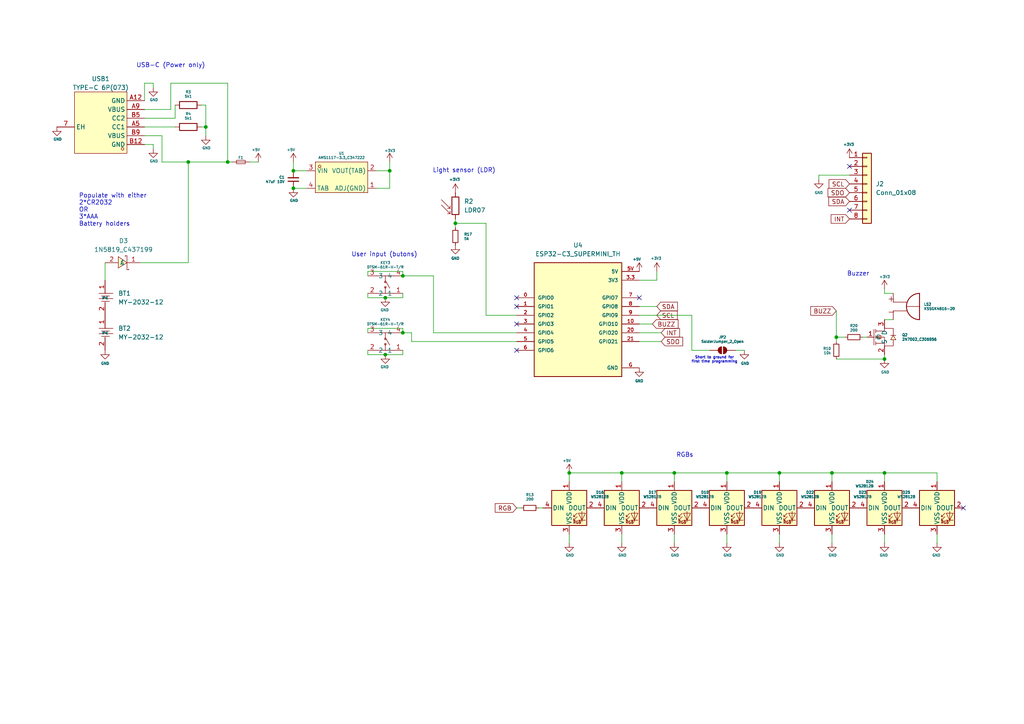
<source format=kicad_sch>
(kicad_sch (version 20250114) (generator "eeschema") (generator_version "9.0")
  (paper "A4")
  (title_block (title "Kinderdorp Printplaat") (date "2025-05-10") (rev "V1.0") (comment 1 "Casper R. Tak"))
  (lib_symbols
    (symbol "Connector_Generic:Conn_01x08" (pin_names (offset 1.016) (hide yes))
      (property "Reference" "J" (at 0 10.16 0))
      (property "Value" "Conn_01x08" (at 0 -12.7 0))
      (symbol "Conn_01x08_1_1"
        (rectangle (start -1.27 8.89) (end 1.27 -11.43) (stroke (width 0.254)) (fill (type background)))
        (rectangle (start -1.27 7.747) (end 0 7.493) (stroke (width 0.1524)))
        (rectangle (start -1.27 5.207) (end 0 4.953) (stroke (width 0.1524)))
        (rectangle (start -1.27 2.667) (end 0 2.413) (stroke (width 0.1524)))
        (rectangle (start -1.27 0.127) (end 0 -0.127) (stroke (width 0.1524)))
        (rectangle (start -1.27 -2.413) (end 0 -2.667) (stroke (width 0.1524)))
        (rectangle (start -1.27 -4.953) (end 0 -5.207) (stroke (width 0.1524)))
        (rectangle (start -1.27 -7.493) (end 0 -7.747) (stroke (width 0.1524)))
        (rectangle (start -1.27 -10.033) (end 0 -10.287) (stroke (width 0.1524)))
        (pin passive line (at -5.08 7.62 0) (length 3.81) (name "Pin_1") (number "1"))
        (pin passive line (at -5.08 5.08 0) (length 3.81) (name "Pin_2") (number "2"))
        (pin passive line (at -5.08 2.54 0) (length 3.81) (name "Pin_3") (number "3"))
        (pin passive line (at -5.08 0 0) (length 3.81) (name "Pin_4") (number "4"))
        (pin passive line (at -5.08 -2.54 0) (length 3.81) (name "Pin_5") (number "5"))
        (pin passive line (at -5.08 -5.08 0) (length 3.81) (name "Pin_6") (number "6"))
        (pin passive line (at -5.08 -7.62 0) (length 3.81) (name "Pin_7") (number "7"))
        (pin passive line (at -5.08 -10.16 0) (length 3.81) (name "Pin_8") (number "8"))
      )
    )
    (symbol "Device:C_Small" (pin_numbers (hide yes)) (pin_names (offset 0.254) (hide yes))
      (property "Reference" "C" (at 0.254 1.778 0))
      (property "Value" "C_Small" (at 0.254 -2.032 0))
      (symbol "C_Small_0_1"
        (polyline (pts (xy -1.524 0.508) (xy 1.524 0.508)) (stroke (width 0.3048)))
        (polyline (pts (xy -1.524 -0.508) (xy 1.524 -0.508)) (stroke (width 0.3302)))
      )
      (symbol "C_Small_1_1"
        (pin passive line (at 0 2.54 270) (length 2.032) (name "~") (number "1"))
        (pin passive line (at 0 -2.54 90) (length 2.032) (name "~") (number "2"))
      )
    )
    (symbol "Device:Fuse_Small" (pin_numbers (hide yes)) (pin_names (offset 0.254) (hide yes))
      (property "Reference" "F" (at 0 -1.524 0))
      (property "Value" "Fuse_Small" (at 0 1.524 0))
      (symbol "Fuse_Small_0_1"
        (rectangle (start -1.27 0.508) (end 1.27 -0.508))
        (polyline (pts (xy -1.27 0) (xy 1.27 0)))
      )
      (symbol "Fuse_Small_1_1"
        (pin passive line (at -2.54 0 0) (length 1.27) (name "~") (number "1"))
        (pin passive line (at 2.54 0 180) (length 1.27) (name "~") (number "2"))
      )
    )
    (symbol "Device:R" (pin_numbers (hide yes)) (pin_names (offset 0))
      (property "Reference" "R" (at 2.032 0 90))
      (property "Value" "R" (at 0 0 90))
      (symbol "R_0_1"
        (rectangle (start -1.016 -2.54) (end 1.016 2.54) (stroke (width 0.254)))
      )
      (symbol "R_1_1"
        (pin passive line (at 0 3.81 270) (length 1.27) (name "~") (number "1"))
        (pin passive line (at 0 -3.81 90) (length 1.27) (name "~") (number "2"))
      )
    )
    (symbol "Device:R_Small" (pin_numbers (hide yes)) (pin_names (offset 0.254) (hide yes))
      (property "Reference" "R" (at 0.762 0.508 0))
      (property "Value" "R_Small" (at 0.762 -1.016 0))
      (symbol "R_Small_0_1"
        (rectangle (start -0.762 1.778) (end 0.762 -1.778) (stroke (width 0.2032)))
      )
      (symbol "R_Small_1_1"
        (pin passive line (at 0 2.54 270) (length 0.762) (name "~") (number "1"))
        (pin passive line (at 0 -2.54 90) (length 0.762) (name "~") (number "2"))
      )
    )
    (symbol "Jumper:SolderJumper_2_Open" (pin_numbers (hide yes)) (pin_names (offset 0) (hide yes)) (exclude_from_sim yes) (in_bom no)
      (property "Reference" "JP" (at 0 2.032 0))
      (property "Value" "SolderJumper_2_Open" (at 0 -2.54 0))
      (symbol "SolderJumper_2_Open_0_1"
        (polyline (pts (xy -0.254 1.016) (xy -0.254 -1.016)))
        (arc (start -0.254 -1.016) (mid -1.2656 0) (end -0.254 1.016))
        (arc (start -0.254 -1.016) (mid -1.2656 0) (end -0.254 1.016) (fill (type outline)))
        (arc (start 0.254 1.016) (mid 1.2656 0) (end 0.254 -1.016))
        (arc (start 0.254 1.016) (mid 1.2656 0) (end 0.254 -1.016) (fill (type outline)))
        (polyline (pts (xy 0.254 1.016) (xy 0.254 -1.016)))
      )
      (symbol "SolderJumper_2_Open_1_1"
        (pin passive line (at -3.81 0 0) (length 2.54) (name "A") (number "1"))
        (pin passive line (at 3.81 0 180) (length 2.54) (name "B") (number "2"))
      )
    )
    (symbol "KSSGK4B16-20:KSSGK4B16-20" (pin_numbers (hide yes)) (pin_names (offset 1.016) (hide yes))
      (property "Reference" "LS" (at -2.54 6.35 0))
      (property "Value" "KSSGK4B16-20" (at -2.54 -5.08 0))
      (symbol "KSSGK4B16-20_0_0"
        (polyline (pts (xy -2.54 2.54) (xy 1.397 2.54)) (stroke (width 0.1524)))
        (polyline (pts (xy -2.54 0) (xy 1.397 0)) (stroke (width 0.1524)))
        (polyline (pts (xy 1.27 1.27) (xy 5.08 1.27)) (stroke (width 0.1524)))
        (polyline (pts (xy 5.08 5.08) (xy 5.08 1.27)) (stroke (width 0.254)))
        (polyline (pts (xy 5.08 1.27) (xy 5.08 -2.54)) (stroke (width 0.254)))
        (arc (start 5.08 -2.54) (mid 1.2866 1.27) (end 5.08 5.08) (stroke (width 0.254)))
        (text "+" (at -4.318 2.54 0) (effects (font (size 1.778 1.778)) (justify left bottom)))
        (text "-" (at -4.318 -1.27 0) (effects (font (size 1.778 1.778)) (justify left bottom)))
        (pin passive line (at -2.54 5.08 270) (length 2.54) (name "~") (number "P"))
        (pin passive line (at -2.54 -2.54 90) (length 2.54) (name "~") (number "N"))
      )
    )
    (symbol "LED:WS2812B" (pin_names (offset 0.254))
      (property "Reference" "D" (at 5.08 5.715 0))
      (property "Value" "WS2812B" (at 1.27 -5.715 0))
      (symbol "WS2812B_0_0"
        (text "RGB" (at 2.286 -4.191 0) (effects (font (size 0.762 0.762))))
      )
      (symbol "WS2812B_0_1"
        (polyline (pts (xy 1.27 -2.54) (xy 1.778 -2.54)))
        (polyline (pts (xy 1.27 -3.556) (xy 1.778 -3.556)))
        (polyline (pts (xy 2.286 -1.524) (xy 1.27 -2.54) (xy 1.27 -2.032)))
        (polyline (pts (xy 2.286 -2.54) (xy 1.27 -3.556) (xy 1.27 -3.048)))
        (polyline (pts (xy 3.683 -1.016) (xy 3.683 -3.556) (xy 3.683 -4.064)))
        (polyline (pts (xy 4.699 -1.524) (xy 2.667 -1.524) (xy 3.683 -3.556) (xy 4.699 -1.524)))
        (polyline (pts (xy 4.699 -3.556) (xy 2.667 -3.556)))
        (rectangle (start 5.08 5.08) (end -5.08 -5.08) (stroke (width 0.254)) (fill (type background)))
      )
      (symbol "WS2812B_1_1"
        (pin input line (at -7.62 0 0) (length 2.54) (name "DIN") (number "4"))
        (pin power_in line (at 0 7.62 270) (length 2.54) (name "VDD") (number "1"))
        (pin power_in line (at 0 -7.62 90) (length 2.54) (name "VSS") (number "3"))
        (pin output line (at 7.62 0 180) (length 2.54) (name "DOUT") (number "2"))
      )
    )
    (symbol "Sensor_Optical:LDR07" (pin_numbers (hide yes)) (pin_names (offset 0))
      (property "Reference" "R" (at -5.08 0 90))
      (property "Value" "LDR07" (at 1.905 0 90))
      (symbol "LDR07_0_1"
        (polyline (pts (xy -1.524 -0.762) (xy -4.064 1.778)))
        (polyline (pts (xy -1.524 -0.762) (xy -2.286 -0.762)))
        (polyline (pts (xy -1.524 -0.762) (xy -1.524 0)))
        (polyline (pts (xy -1.524 -2.286) (xy -4.064 0.254)))
        (polyline (pts (xy -1.524 -2.286) (xy -2.286 -2.286)))
        (polyline (pts (xy -1.524 -2.286) (xy -1.524 -1.524)))
        (rectangle (start -1.016 2.54) (end 1.016 -2.54) (stroke (width 0.254)))
      )
      (symbol "LDR07_1_1"
        (pin passive line (at 0 3.81 270) (length 1.27) (name "~") (number "1"))
        (pin passive line (at 0 -3.81 90) (length 1.27) (name "~") (number "2"))
      )
    )
    (symbol "Strata_frontplate_front_BMS_V2.1-rescue:+3.3V-power" (power) (pin_names (offset 0))
      (property "Value" "+3.3V-power" (at 0 3.556 0))
      (symbol "+3.3V-power_0_1"
        (polyline (pts (xy -0.762 1.27) (xy 0 2.54)))
        (polyline (pts (xy 0 2.54) (xy 0.762 1.27)))
        (polyline (pts (xy 0 0) (xy 0 2.54)))
      )
      (symbol "+3.3V-power_1_1"
        (pin power_in line (at 0 0 90) (length 0) (hide yes) (name "+3V3") (number "1"))
      )
    )
    (symbol "SuperMiniC3:ESP32-C3_SUPERMINI_TH" (pin_names (offset 1.016))
      (property "Reference" "U" (at -12.7 16.002 0))
      (property "Value" "ESP32-C3_SUPERMINI_TH" (at -12.7 -20.32 0))
      (symbol "ESP32-C3_SUPERMINI_TH_0_0"
        (rectangle (start -12.7 -17.78) (end 12.7 15.24) (stroke (width 0.254)) (fill (type background)))
        (pin bidirectional line (at -17.78 5.08 0) (length 5.08) (name "GPIO0") (number "0"))
        (pin bidirectional line (at -17.78 2.54 0) (length 5.08) (name "GPIO1") (number "1"))
        (pin bidirectional line (at -17.78 0 0) (length 5.08) (name "GPIO2") (number "2"))
        (pin bidirectional line (at -17.78 -2.54 0) (length 5.08) (name "GPIO3") (number "3"))
        (pin bidirectional line (at -17.78 -5.08 0) (length 5.08) (name "GPIO4") (number "4"))
        (pin bidirectional line (at -17.78 -7.62 0) (length 5.08) (name "GPIO5") (number "5"))
        (pin bidirectional line (at -17.78 -10.16 0) (length 5.08) (name "GPIO6") (number "6"))
        (pin power_in line (at 17.78 12.7 180) (length 5.08) (name "5V") (number "5V"))
        (pin power_in line (at 17.78 10.16 180) (length 5.08) (name "3V3") (number "3.3"))
        (pin bidirectional line (at 17.78 5.08 180) (length 5.08) (name "GPIO7") (number "7"))
        (pin bidirectional line (at 17.78 2.54 180) (length 5.08) (name "GPIO8") (number "8"))
        (pin bidirectional line (at 17.78 0 180) (length 5.08) (name "GPIO9") (number "9"))
        (pin bidirectional line (at 17.78 -2.54 180) (length 5.08) (name "GPIO10") (number "10"))
        (pin bidirectional line (at 17.78 -5.08 180) (length 5.08) (name "GPIO20") (number "20"))
        (pin bidirectional line (at 17.78 -7.62 180) (length 5.08) (name "GPIO21") (number "21"))
        (pin power_in line (at 17.78 -15.24 180) (length 5.08) (name "GND") (number "G"))
      )
    )
    (symbol "Titan_frontplate_front_BMS_V1.3-rescue:+3.3V-power" (power) (pin_names (offset 0))
      (property "Value" "+3.3V-power" (at 0 3.556 0))
      (symbol "+3.3V-power_0_1"
        (polyline (pts (xy -0.762 1.27) (xy 0 2.54)))
        (polyline (pts (xy 0 2.54) (xy 0.762 1.27)))
        (polyline (pts (xy 0 0) (xy 0 2.54)))
      )
      (symbol "+3.3V-power_1_1"
        (pin power_in line (at 0 0 90) (length 0) (hide yes) (name "+3V3") (number "1"))
      )
    )
    (symbol "easyeda2kicad:1N5819_C437199"
      (property "Reference" "D" (at 0 5.08 0))
      (property "Value" "1N5819_C437199" (at 0 -5.08 0))
      (symbol "1N5819_C437199_0_1"
        (polyline (pts (xy -1.78 1.78) (xy -1.78 2.03) (xy -1.27 2.03) (xy -1.27 -2.03) (xy -0.76 -2.03) (xy -0.76 -1.78)))
        (polyline (pts (xy 1.27 1.52) (xy -1.27 0) (xy 1.27 -1.78) (xy 1.27 1.52)) (fill (type background)))
        (pin unspecified line (at -5.08 0 0) (length 3.81) (name "C") (number "1"))
        (pin unspecified line (at 5.08 0 180) (length 3.81) (name "A") (number "2"))
      )
    )
    (symbol "easyeda2kicad:2N7002_C306856"
      (property "Reference" "Q" (at 0 10.16 0))
      (property "Value" "2N7002_C306856" (at 0 -10.16 0))
      (symbol "2N7002_C306856_0_1"
        (polyline (pts (xy -3.05 2.29) (xy -3.05 -2.29)))
        (polyline (pts (xy -2.54 2.29) (xy -2.54 1.27)))
        (polyline (pts (xy -2.54 1.78) (xy 0 1.78) (xy 0 2.54) (xy 2.54 2.54) (xy 2.54 0.51)))
        (polyline (pts (xy -2.54 0) (xy -1.02 -0.51) (xy -1.02 0.51) (xy -2.54 0)) (fill (type background)))
        (polyline (pts (xy -2.54 0) (xy 0 0) (xy 0 -2.54) (xy 2.54 -2.54) (xy 2.54 -0.76)))
        (polyline (pts (xy -2.54 -0.51) (xy -2.54 0.51)))
        (polyline (pts (xy -2.54 -2.29) (xy -2.54 -1.27)))
        (polyline (pts (xy 0 -1.78) (xy -2.54 -1.78)))
        (polyline (pts (xy 2.54 0.51) (xy 1.78 -0.76) (xy 3.3 -0.76) (xy 2.54 0.51)) (fill (type background)))
        (polyline (pts (xy 3.3 0.51) (xy 3.05 0.51) (xy 2.03 0.51) (xy 1.78 0.51)))
        (pin unspecified line (at -5.08 0 0) (length 2.032) (name "G") (number "1"))
        (pin unspecified line (at 0 5.08 270) (length 2.54) (name "D") (number "3"))
        (pin unspecified line (at 0 -5.08 90) (length 2.54) (name "S") (number "2"))
      )
    )
    (symbol "easyeda2kicad:AMS1117-3.3_C347222"
      (property "Reference" "U" (at 0 7.62 0))
      (property "Value" "AMS1117-3.3_C347222" (at 0 -7.62 0))
      (symbol "AMS1117-3.3_C347222_0_1"
        (rectangle (start -12.7 5.08) (end 2.54 -3.81) (fill (type background)))
        (circle (center -11.43 3.81) (radius 0.38))
        (pin unspecified line (at -15.24 2.54 0) (length 2.54) (name "VIN") (number "3"))
        (pin unspecified line (at -15.24 -2.54 0) (length 2.54) (name "TAB") (number "4"))
        (pin unspecified line (at 5.08 2.54 180) (length 2.54) (name "VOUT(TAB)") (number "2"))
        (pin unspecified line (at 5.08 -2.54 180) (length 2.54) (name "ADJ(GND)") (number "1"))
      )
    )
    (symbol "easyeda2kicad:DTSM-61R-V-T_R"
      (property "Reference" "KEY" (at 0 7.62 0))
      (property "Value" "DTSM-61R-V-T/R" (at 0 -7.62 0))
      (symbol "DTSM-61R-V-T_R_0_1"
        (polyline (pts (xy -2.54 -2.54) (xy 2.54 -2.54)))
        (polyline (pts (xy -1.27 -1.02) (xy -0.25 0.76)))
        (polyline (pts (xy 0 2.54) (xy 0 0.76)))
        (circle (center 0 0.76) (radius 0.25))
        (circle (center 0 -0.76) (radius 0.25))
        (polyline (pts (xy 0 -1.52) (xy 0 -0.76)))
        (polyline (pts (xy 0 -2.54) (xy 0 -1.52)))
        (polyline (pts (xy 2.54 2.54) (xy -2.54 2.54)))
        (pin unspecified line (at -5.08 2.54 0) (length 2.54) (name "4") (number "4"))
        (pin unspecified line (at -5.08 -2.54 0) (length 2.54) (name "1") (number "1"))
        (pin unspecified line (at 5.08 2.54 180) (length 2.54) (name "3") (number "3"))
        (pin unspecified line (at 5.08 -2.54 180) (length 2.54) (name "2") (number "2"))
      )
    )
    (symbol "easyeda2kicad:MY-2032-12"
      (property "Reference" "BT" (at 0 5.08 0))
      (property "Value" "MY-2032-12" (at 0 -5.08 0))
      (symbol "MY-2032-12_0_1"
        (polyline (pts (xy -1.27 2.29) (xy -1.27 -1.78)))
        (polyline (pts (xy -0.51 1.27) (xy -0.51 -1.02)))
        (polyline (pts (xy 0.25 2.29) (xy 0.25 -1.78)))
        (polyline (pts (xy 1.02 1.27) (xy 1.02 -1.02)))
        (pin input line (at -5.08 0 0) (length 3.81) (name "1") (number "1"))
        (pin input line (at 5.08 0 180) (length 3.81) (name "2") (number "2"))
      )
    )
    (symbol "easyeda2kicad:TYPE-C6P(073)"
      (property "Reference" "USB" (at 0 10.16 0))
      (property "Value" "TYPE-C 6P(073)" (at 0 -12.7 0))
      (symbol "TYPE-C6P(073)_0_1"
        (rectangle (start -7.62 7.62) (end 7.62 -10.16) (fill (type background)))
        (circle (center -6.35 6.35) (radius 0.38))
        (pin unspecified line (at -12.7 5.08 0) (length 5.08) (name "GND") (number "B12"))
        (pin unspecified line (at -12.7 2.54 0) (length 5.08) (name "VBUS") (number "B9"))
        (pin unspecified line (at -12.7 0 0) (length 5.08) (name "CC1") (number "A5"))
        (pin unspecified line (at -12.7 -2.54 0) (length 5.08) (name "CC2") (number "B5"))
        (pin unspecified line (at -12.7 -5.08 0) (length 5.08) (name "VBUS") (number "A9"))
        (pin unspecified line (at -12.7 -7.62 0) (length 5.08) (name "GND") (number "A12"))
        (pin unspecified line (at 12.7 0 180) (length 5.08) (name "EH") (number "7"))
      )
    )
    (symbol "power:GND" (power) (pin_names (offset 0))
      (property "Value" "GND" (at 0 -3.81 0))
      (symbol "GND_0_1"
        (polyline (pts (xy 0 0) (xy 0 -1.27) (xy 1.27 -1.27) (xy 0 -2.54) (xy -1.27 -1.27) (xy 0 -1.27)))
      )
      (symbol "GND_1_1"
        (pin power_in line (at 0 0 270) (length 0) (hide yes) (name "GND") (number "1"))
      )
    )
  )
  (text "RGBs" (at 198.628 132.08 0) (effects (font (size 1.27 1.27))))
  (text "User input (butons)" (at 111.506 73.914 0) (effects (font (size 1.27 1.27))))
  (text "Populate with either\n2*CR2032\nOR\n3*AAA\nBattery holders" (at 22.86 60.96 0) (effects (font (size 1.27 1.27)) (justify left)))
  (text "Short to ground for \nfirst time programming " (at 207.518 104.394 0) (effects (font (size 0.75 0.75))))
  (text "Light sensor (LDR)" (at 134.62 49.53 0) (effects (font (size 1.27 1.27))))
  (text "Buzzer" (at 248.92 79.502 0) (effects (font (size 1.27 1.27))))
  (text "USB-C (Power only)" (at 49.53 19.05 0) (effects (font (size 1.27 1.27))))
  (junction (at 256.54 104.14))
  (junction (at 59.69 36.83))
  (junction (at 165.1 137.16))
  (junction (at 210.82 137.16))
  (junction (at 116.84 96.52))
  (junction (at 180.34 137.16))
  (junction (at 195.58 137.16))
  (junction (at 226.06 137.16))
  (junction (at 111.76 86.36))
  (junction (at 132.08 64.77))
  (junction (at 66.04 46.99))
  (junction (at 256.54 137.16))
  (junction (at 116.84 80.01))
  (junction (at 242.57 97.79))
  (junction (at 241.3 137.16))
  (junction (at 113.03 49.53))
  (junction (at 54.61 46.99))
  (junction (at 85.09 49.53))
  (junction (at 111.76 102.87))
  (junction (at 85.09 54.61))
  (no_connect (at 246.38 60.96))
  (no_connect (at 149.86 88.9))
  (no_connect (at 149.86 86.36))
  (no_connect (at 149.86 101.6))
  (no_connect (at 246.38 48.26))
  (no_connect (at 185.42 86.36))
  (no_connect (at 149.86 93.98))
  (no_connect (at 279.4 147.32))
  (wire (pts (xy 210.82 137.16) (xy 210.82 139.7)))
  (wire (pts (xy 54.61 46.99) (xy 66.04 46.99)))
  (wire (pts (xy 41.91 36.83) (xy 50.8 36.83)))
  (wire (pts (xy 195.58 137.16) (xy 195.58 139.7)))
  (wire (pts (xy 125.73 96.52) (xy 125.73 80.01)))
  (wire (pts (xy 111.76 102.87) (xy 106.68 102.87)))
  (wire (pts (xy 242.57 90.17) (xy 242.57 97.79)))
  (wire (pts (xy 50.8 34.29) (xy 50.8 30.48)))
  (wire (pts (xy 157.48 147.32) (xy 156.21 147.32)))
  (wire (pts (xy 44.45 25.4) (xy 44.45 24.13)))
  (wire (pts (xy 256.54 92.71) (xy 259.08 92.71)))
  (wire (pts (xy 226.06 154.94) (xy 226.06 157.48)))
  (wire (pts (xy 250.19 97.79) (xy 251.46 97.79)))
  (wire (pts (xy 106.68 102.87) (xy 106.68 101.6)))
  (wire (pts (xy 85.09 46.99) (xy 85.09 49.53)))
  (wire (pts (xy 116.84 102.87) (xy 111.76 102.87)))
  (wire (pts (xy 85.09 49.53) (xy 88.9 49.53)))
  (wire (pts (xy 44.45 41.91) (xy 41.91 41.91)))
  (wire (pts (xy 58.42 36.83) (xy 59.69 36.83)))
  (wire (pts (xy 189.23 93.98) (xy 185.42 93.98)))
  (wire (pts (xy 58.42 30.48) (xy 59.69 30.48)))
  (wire (pts (xy 271.78 154.94) (xy 271.78 157.48)))
  (wire (pts (xy 41.91 34.29) (xy 50.8 34.29)))
  (wire (pts (xy 85.09 54.61) (xy 88.9 54.61)))
  (wire (pts (xy 140.97 64.77) (xy 140.97 91.44)))
  (wire (pts (xy 149.86 96.52) (xy 125.73 96.52)))
  (wire (pts (xy 210.82 137.16) (xy 226.06 137.16)))
  (wire (pts (xy 242.57 97.79) (xy 245.11 97.79)))
  (wire (pts (xy 46.99 46.99) (xy 54.61 46.99)))
  (wire (pts (xy 151.13 147.32) (xy 149.86 147.32)))
  (wire (pts (xy 54.61 76.2) (xy 54.61 46.99)))
  (wire (pts (xy 149.86 99.06) (xy 119.38 99.06)))
  (wire (pts (xy 237.49 50.8) (xy 237.49 52.07)))
  (wire (pts (xy 185.42 91.44) (xy 200.66 91.44)))
  (wire (pts (xy 111.76 86.36) (xy 106.68 86.36)))
  (wire (pts (xy 41.91 24.13) (xy 41.91 29.21)))
  (wire (pts (xy 132.08 66.04) (xy 132.08 64.77)))
  (wire (pts (xy 191.77 96.52) (xy 185.42 96.52)))
  (wire (pts (xy 116.84 86.36) (xy 111.76 86.36)))
  (wire (pts (xy 106.68 80.01) (xy 106.68 78.74)))
  (wire (pts (xy 210.82 137.16) (xy 195.58 137.16)))
  (wire (pts (xy 59.69 36.83) (xy 59.69 39.37)))
  (wire (pts (xy 40.64 76.2) (xy 54.61 76.2)))
  (wire (pts (xy 113.03 46.99) (xy 113.03 49.53)))
  (wire (pts (xy 165.1 154.94) (xy 165.1 157.48)))
  (wire (pts (xy 116.84 80.01) (xy 116.84 78.74)))
  (wire (pts (xy 125.73 80.01) (xy 116.84 80.01)))
  (wire (pts (xy 185.42 81.28) (xy 190.5 81.28)))
  (wire (pts (xy 256.54 137.16) (xy 271.78 137.16)))
  (wire (pts (xy 113.03 49.53) (xy 109.22 49.53)))
  (wire (pts (xy 256.54 85.09) (xy 259.08 85.09)))
  (wire (pts (xy 246.38 50.8) (xy 237.49 50.8)))
  (wire (pts (xy 49.53 31.75) (xy 41.91 31.75)))
  (wire (pts (xy 210.82 154.94) (xy 210.82 157.48)))
  (wire (pts (xy 190.5 88.9) (xy 185.42 88.9)))
  (wire (pts (xy 106.68 86.36) (xy 106.68 85.09)))
  (wire (pts (xy 116.84 95.25) (xy 116.84 96.52)))
  (wire (pts (xy 119.38 96.52) (xy 116.84 96.52)))
  (wire (pts (xy 119.38 96.52) (xy 119.38 99.06)))
  (wire (pts (xy 241.3 137.16) (xy 256.54 137.16)))
  (wire (pts (xy 242.57 99.06) (xy 242.57 97.79)))
  (wire (pts (xy 46.99 46.99) (xy 46.99 39.37)))
  (wire (pts (xy 165.1 137.16) (xy 165.1 139.7)))
  (wire (pts (xy 41.91 39.37) (xy 46.99 39.37)))
  (wire (pts (xy 241.3 154.94) (xy 241.3 157.48)))
  (wire (pts (xy 256.54 83.82) (xy 256.54 85.09)))
  (wire (pts (xy 30.48 81.28) (xy 30.48 76.2)))
  (wire (pts (xy 271.78 137.16) (xy 271.78 139.7)))
  (wire (pts (xy 59.69 30.48) (xy 59.69 36.83)))
  (wire (pts (xy 256.54 137.16) (xy 256.54 139.7)))
  (wire (pts (xy 180.34 137.16) (xy 180.34 139.7)))
  (wire (pts (xy 256.54 154.94) (xy 256.54 157.48)))
  (wire (pts (xy 180.34 137.16) (xy 165.1 137.16)))
  (wire (pts (xy 44.45 43.18) (xy 44.45 41.91)))
  (wire (pts (xy 140.97 91.44) (xy 149.86 91.44)))
  (wire (pts (xy 180.34 137.16) (xy 195.58 137.16)))
  (wire (pts (xy 205.74 101.6) (xy 200.66 101.6)))
  (wire (pts (xy 190.5 81.28) (xy 190.5 78.74)))
  (wire (pts (xy 132.08 64.77) (xy 132.08 63.5)))
  (wire (pts (xy 116.84 85.09) (xy 116.84 86.36)))
  (wire (pts (xy 241.3 137.16) (xy 241.3 139.7)))
  (wire (pts (xy 132.08 64.77) (xy 140.97 64.77)))
  (wire (pts (xy 116.84 101.6) (xy 116.84 102.87)))
  (wire (pts (xy 241.3 137.16) (xy 226.06 137.16)))
  (wire (pts (xy 66.04 24.13) (xy 66.04 46.99)))
  (wire (pts (xy 200.66 91.44) (xy 200.66 101.6)))
  (wire (pts (xy 256.54 104.14) (xy 256.54 102.87)))
  (wire (pts (xy 180.34 154.94) (xy 180.34 157.48)))
  (wire (pts (xy 242.57 104.14) (xy 256.54 104.14)))
  (wire (pts (xy 67.31 46.99) (xy 66.04 46.99)))
  (wire (pts (xy 106.68 95.25) (xy 116.84 95.25)))
  (wire (pts (xy 49.53 24.13) (xy 66.04 24.13)))
  (wire (pts (xy 215.9 101.6) (xy 213.36 101.6)))
  (wire (pts (xy 195.58 154.94) (xy 195.58 157.48)))
  (wire (pts (xy 226.06 137.16) (xy 226.06 139.7)))
  (wire (pts (xy 72.39 46.99) (xy 74.93 46.99)))
  (wire (pts (xy 113.03 54.61) (xy 113.03 49.53)))
  (wire (pts (xy 44.45 24.13) (xy 41.91 24.13)))
  (wire (pts (xy 49.53 24.13) (xy 49.53 31.75)))
  (wire (pts (xy 106.68 96.52) (xy 106.68 95.25)))
  (wire (pts (xy 106.68 78.74) (xy 116.84 78.74)))
  (wire (pts (xy 109.22 54.61) (xy 113.03 54.61)))
  (wire (pts (xy 185.42 99.06) (xy 191.77 99.06)))
  (image (at 431.8 -88.9) (scale 2.2929))
  (global_label "INT" (shape input) (at 246.38 63.5 180) (property "Intersheetrefs" "${INTERSHEET_REFS}" (effects (hide yes))))
  (global_label "SDO" (shape input) (at 246.38 55.88 180) (property "Intersheetrefs" "${INTERSHEET_REFS}" (effects (hide yes))))
  (global_label "BUZZ" (shape input) (at 242.57 90.17 180) (property "Intersheetrefs" "${INTERSHEET_REFS}" (effects (hide yes))))
  (global_label "SDO" (shape input) (at 191.77 99.06 0) (property "Intersheetrefs" "${INTERSHEET_REFS}" (effects (hide yes))))
  (global_label "SCL" (shape input) (at 190.5 91.44 0) (property "Intersheetrefs" "${INTERSHEET_REFS}" (effects (hide yes))))
  (global_label "SDA" (shape input) (at 190.5 88.9 0) (property "Intersheetrefs" "${INTERSHEET_REFS}" (effects (hide yes))))
  (global_label "RGB" (shape input) (at 149.86 147.32 180) (property "Intersheetrefs" "${INTERSHEET_REFS}" (effects (hide yes))))
  (global_label "SDA" (shape input) (at 246.38 58.42 180) (property "Intersheetrefs" "${INTERSHEET_REFS}" (effects (hide yes))))
  (global_label "INT" (shape input) (at 191.77 96.52 0) (property "Intersheetrefs" "${INTERSHEET_REFS}" (effects (hide yes))))
  (global_label "BUZZ" (shape input) (at 189.23 93.98 0) (property "Intersheetrefs" "${INTERSHEET_REFS}" (effects (hide yes))))
  (global_label "SCL" (shape input) (at 246.38 53.34 180) (property "Intersheetrefs" "${INTERSHEET_REFS}" (effects (hide yes))))
  (symbol (lib_id "Strata_frontplate_front_BMS_V2.1-rescue:+3.3V-power") (at 113.03 46.99 0) (mirror y) (unit 1)
    (property "Reference" "#PWR09" (effects (hide yes)))
    (property "Value" "+3V3" (at 111.506 43.688 0) (effects (font (size 0.75 0.75)) (justify right)))
  )
  (symbol (lib_id "Titan_frontplate_front_BMS_V1.3-rescue:+3.3V-power") (at 185.42 78.74 0) (mirror y) (unit 1)
    (property "Reference" "#PWR091" (effects (hide yes)))
    (property "Value" "+5V" (at 185.928 75.184 0) (effects (font (size 0.75 0.75)) (justify left)))
    (property "Footprint" "Package_SO:SOIC-16_3.9x9.9mm_P1.27mm" (effects (hide yes)))
  )
  (symbol (lib_id "Strata_frontplate_front_BMS_V2.1-rescue:+3.3V-power") (at 246.38 45.72 0) (unit 1)
    (property "Reference" "#PWR097" (effects (hide yes)))
    (property "Value" "+3V3" (at 244.602 41.91 0) (effects (font (size 0.75 0.75)) (justify left)))
  )
  (symbol (lib_id "Device:R") (at 54.61 30.48 270) (unit 1)
    (property "Reference" "R3" (at 54.61 26.67 90) (effects (font (size 0.75 0.75))))
    (property "Value" "5k1" (at 54.61 27.94 90) (effects (font (size 0.75 0.75))))
    (property "Footprint" "Resistor_SMD:R_1206_3216Metric_Pad1.30x1.75mm_HandSolder" (effects (hide yes)))
    (property "Purpose" "Enable power and tell device id" (effects (hide yes)))
  )
  (symbol (lib_id "power:GND") (at 85.09 54.61 0) (mirror y) (unit 1)
    (property "Reference" "#PWR08" (effects (hide yes)))
    (property "Value" "GND" (at 84.074 58.166 0) (effects (font (size 0.75 0.75)) (justify right)))
  )
  (symbol (lib_id "power:GND") (at 132.08 71.12 0) (unit 1)
    (property "Reference" "#PWR088" (effects (hide yes)))
    (property "Value" "GND" (at 132.08 74.93 0) (effects (font (size 0.75 0.75))))
  )
  (symbol (lib_id "power:GND") (at 16.51 36.83 0) (unit 1)
    (property "Reference" "#PWR01" (effects (hide yes)))
    (property "Value" "GND" (at 15.494 40.386 0) (effects (font (size 0.75 0.75)) (justify left)))
  )
  (symbol (lib_id "Device:R_Small") (at 247.65 97.79 90) (unit 1)
    (property "Reference" "R20" (at 247.65 94.488 90) (effects (font (size 0.75 0.75))))
    (property "Value" "200" (at 247.65 95.758 90) (effects (font (size 0.75 0.75))))
    (property "Footprint" "Resistor_SMD:R_1206_3216Metric_Pad1.30x1.75mm_HandSolder" (effects (hide yes)))
  )
  (symbol (lib_id "easyeda2kicad:AMS1117-3.3_C347222") (at 104.14 52.07 0) (unit 1)
    (property "Reference" "U1" (at 99.06 44.45 0) (effects (font (size 0.75 0.75))))
    (property "Value" "AMS1117-3.3_C347222" (at 99.06 45.72 0) (effects (font (size 0.75 0.75))))
    (property "Footprint" "easyeda2kicad:SOT-223-4_L6.5-W3.5-P2.30-LS7.0-BR" (effects (hide yes)))
    (property "Datasheet" "https://lcsc.com/product-detail/Others_Youtai-Semiconductor-Co-Ltd-AMS1117-3-3_C347222.html" (effects (hide yes)))
    (property "LCSC Part" "C347222" (effects (hide yes)))
  )
  (symbol (lib_id "LED:WS2812B") (at 241.3 147.32 0) (unit 1)
    (property "Reference" "D23" (at 250.19 142.8048 0) (effects (font (size 0.75 0.75))))
    (property "Value" "WS2812B" (at 250.19 144.0748 0) (effects (font (size 0.75 0.75))))
    (property "Footprint" "easyeda2kicad:LED-SMD_4P-L5.0-W5.0-BL_TC5050RGB" (effects (hide yes)))
    (property "Datasheet" "https://cdn-shop.adafruit.com/datasheets/WS2812B.pdf" (effects (hide yes)))
  )
  (symbol (lib_id "LED:WS2812B") (at 226.06 147.32 0) (unit 1)
    (property "Reference" "D22" (at 234.95 142.8048 0) (effects (font (size 0.75 0.75))))
    (property "Value" "WS2812B" (at 234.95 144.0748 0) (effects (font (size 0.75 0.75))))
    (property "Footprint" "easyeda2kicad:LED-SMD_4P-L5.0-W5.0-BL_TC5050RGB" (effects (hide yes)))
    (property "Datasheet" "https://cdn-shop.adafruit.com/datasheets/WS2812B.pdf" (effects (hide yes)))
  )
  (symbol (lib_id "power:GND") (at 180.34 157.48 0) (mirror y) (unit 1)
    (property "Reference" "#PWR055" (effects (hide yes)))
    (property "Value" "GND" (at 179.324 161.036 0) (effects (font (size 0.75 0.75)) (justify right)))
  )
  (symbol (lib_id "easyeda2kicad:2N7002_C306856") (at 256.54 97.79 0) (unit 1)
    (property "Reference" "Q2" (at 261.62 97.1549 0) (effects (font (size 0.75 0.75)) (justify left)))
    (property "Value" "2N7002_C306856" (at 261.62 98.4249 0) (effects (font (size 0.75 0.75)) (justify left)))
    (property "Footprint" "easyeda2kicad:SOT-23-3_L2.9-W1.3-P1.90-LS2.4-BR" (effects (hide yes)))
    (property "Datasheet" "https://lcsc.com/product-detail/MOSFET_Bourne-Semicon-Shenzhen-2N7002_C306856.html" (effects (hide yes)))
  )
  (symbol (lib_id "Titan_frontplate_front_BMS_V1.3-rescue:+3.3V-power") (at 165.1 137.16 0) (mirror y) (unit 1)
    (property "Reference" "#PWR096" (effects (hide yes)))
    (property "Value" "+5V" (at 165.608 133.604 0) (effects (font (size 0.75 0.75)) (justify left)))
    (property "Footprint" "Package_SO:SOIC-16_3.9x9.9mm_P1.27mm" (effects (hide yes)))
  )
  (symbol (lib_id "power:GND") (at 210.82 157.48 0) (mirror y) (unit 1)
    (property "Reference" "#PWR057" (effects (hide yes)))
    (property "Value" "GND" (at 209.804 161.036 0) (effects (font (size 0.75 0.75)) (justify right)))
  )
  (symbol (lib_id "power:GND") (at 30.48 101.6 0) (unit 1)
    (property "Reference" "#PWR02" (effects (hide yes)))
    (property "Value" "GND" (at 30.48 105.41 0) (effects (font (size 0.75 0.75))))
  )
  (symbol (lib_id "power:GND") (at 59.69 39.37 0) (unit 1)
    (property "Reference" "#PWR05" (effects (hide yes)))
    (property "Value" "GND" (at 58.674 42.926 0) (effects (font (size 0.75 0.75)) (justify left)))
  )
  (symbol (lib_id "Device:R") (at 54.61 36.83 270) (unit 1)
    (property "Reference" "R4" (at 54.61 33.02 90) (effects (font (size 0.75 0.75))))
    (property "Value" "5k1" (at 54.61 34.29 90) (effects (font (size 0.75 0.75))))
    (property "Footprint" "Resistor_SMD:R_1206_3216Metric_Pad1.30x1.75mm_HandSolder" (effects (hide yes)))
    (property "Purpose" "Enable power and tell device id" (effects (hide yes)))
  )
  (symbol (lib_id "power:GND") (at 237.49 52.07 0) (unit 1)
    (property "Reference" "#PWR095" (effects (hide yes)))
    (property "Value" "GND" (at 237.49 55.88 0) (effects (font (size 0.75 0.75))))
  )
  (symbol (lib_id "easyeda2kicad:DTSM-61R-V-T_R") (at 111.76 99.06 0) (mirror y) (unit 1)
    (property "Reference" "KEY4" (at 111.76 92.71 0) (effects (font (size 0.75 0.75))))
    (property "Value" "DTSM-61R-V-T/R" (at 111.76 93.98 0) (effects (font (size 0.75 0.75))))
    (property "Footprint" "easyeda2kicad:KEY-SMD_4P-L6.2-W6.2-P4.50-LS9.0" (effects (hide yes)))
    (property "Datasheet" "https://lcsc.com/product-detail/Tactile-Switches_Diptronics-DTSM-61R-V-T-R_C224977.html" (effects (hide yes)))
    (property "LCSC Part" "C224977" (effects (hide yes)))
  )
  (symbol (lib_id "LED:WS2812B") (at 256.54 147.32 0) (unit 1)
    (property "Reference" "D24" (at 253.4219 139.7 0) (effects (font (size 0.75 0.75)) (justify right)))
    (property "Value" "WS2812B" (at 253.4219 140.97 0) (effects (font (size 0.75 0.75)) (justify right)))
    (property "Footprint" "easyeda2kicad:LED-SMD_4P-L5.0-W5.0-BL_TC5050RGB" (effects (hide yes)))
    (property "Datasheet" "https://cdn-shop.adafruit.com/datasheets/WS2812B.pdf" (effects (hide yes)))
  )
  (symbol (lib_id "power:GND") (at 111.76 102.87 0) (mirror y) (unit 1)
    (property "Reference" "#PWR0112" (effects (hide yes)))
    (property "Value" "GND" (at 112.776 106.426 0) (effects (font (size 0.75 0.75)) (justify left)))
  )
  (symbol (lib_id "power:GND") (at 215.9 101.6 0) (unit 1)
    (property "Reference" "#PWR094" (effects (hide yes)))
    (property "Value" "GND" (at 214.884 105.41 0) (effects (font (size 0.75 0.75)) (justify left)))
  )
  (symbol (lib_id "easyeda2kicad:MY-2032-12") (at 30.48 86.36 270) (unit 1)
    (property "Reference" "BT1" (at 34.29 85.0899 90) (effects (justify left)))
    (property "Value" "MY-2032-12" (at 34.29 87.6299 90) (effects (justify left)))
    (property "Footprint" "easyeda2kicad:BAT-SMD_MY-2032-12" (effects (hide yes)))
    (property "LCSC Part" "C964833" (effects (hide yes)))
  )
  (symbol (lib_id "easyeda2kicad:1N5819_C437199") (at 35.56 76.2 180) (unit 1)
    (property "Reference" "D3" (at 35.815 69.85 0))
    (property "Value" "1N5819_C437199" (at 35.815 72.39 0))
    (property "Footprint" "easyeda2kicad:SMA_L4.4-W2.6-LS5.0-RD" (effects (hide yes)))
    (property "Datasheet" "https://lcsc.com/product-detail/Schottky-Barrier-Diodes-SBD_KEXIN-1N5819_C437199.html" (effects (hide yes)))
    (property "LCSC Part" "C437199" (effects (hide yes)))
  )
  (symbol (lib_id "LED:WS2812B") (at 165.1 147.32 0) (unit 1)
    (property "Reference" "D16" (at 173.99 142.8048 0) (effects (font (size 0.75 0.75))))
    (property "Value" "WS2812B" (at 173.99 144.0748 0) (effects (font (size 0.75 0.75))))
    (property "Footprint" "easyeda2kicad:LED-SMD_4P-L5.0-W5.0-BL_TC5050RGB" (effects (hide yes)))
    (property "Datasheet" "https://cdn-shop.adafruit.com/datasheets/WS2812B.pdf" (effects (hide yes)))
  )
  (symbol (lib_id "Jumper:SolderJumper_2_Open") (at 209.55 101.6 0) (mirror y) (unit 1) (in_bom no)
    (property "Reference" "JP2" (at 209.55 97.79 0) (effects (font (size 0.75 0.75))))
    (property "Value" "SolderJumper_2_Open" (at 209.55 99.06 0) (effects (font (size 0.75 0.75))))
    (property "Footprint" "Jumper:SolderJumper-2_P1.3mm_Open_Pad1.0x1.5mm" (effects (hide yes)))
    (property "Description" "Solder Jumper, 2-pole, open" (effects (hide yes)))
  )
  (symbol (lib_id "Device:R_Small") (at 132.08 68.58 0) (unit 1)
    (property "Reference" "R17" (at 134.62 67.9449 0) (effects (font (size 0.75 0.75)) (justify left)))
    (property "Value" "5k" (at 134.62 69.2149 0) (effects (font (size 0.75 0.75)) (justify left)))
    (property "Footprint" "Resistor_SMD:R_1206_3216Metric_Pad1.30x1.75mm_HandSolder" (effects (hide yes)))
  )
  (symbol (lib_id "Device:R_Small") (at 153.67 147.32 270) (mirror x) (unit 1)
    (property "Reference" "R13" (at 153.67 143.51 90) (effects (font (size 0.75 0.75))))
    (property "Value" "200" (at 153.67 144.78 90) (effects (font (size 0.75 0.75))))
    (property "Footprint" "Resistor_SMD:R_1206_3216Metric_Pad1.30x1.75mm_HandSolder" (effects (hide yes)))
  )
  (symbol (lib_id "Strata_frontplate_front_BMS_V2.1-rescue:+3.3V-power") (at 132.08 55.88 0) (unit 1)
    (property "Reference" "#PWR087" (effects (hide yes)))
    (property "Value" "+3V3" (at 130.302 52.07 0) (effects (font (size 0.75 0.75)) (justify left)))
  )
  (symbol (lib_id "Titan_frontplate_front_BMS_V1.3-rescue:+3.3V-power") (at 74.93 46.99 0) (mirror y) (unit 1)
    (property "Reference" "#PWR06" (effects (hide yes)))
    (property "Value" "+5V" (at 75.438 43.434 0) (effects (font (size 0.75 0.75)) (justify left)))
    (property "Footprint" "Package_SO:SOIC-16_3.9x9.9mm_P1.27mm" (effects (hide yes)))
  )
  (symbol (lib_id "KSSGK4B16-20:KSSGK4B16-20") (at 261.62 90.17 0) (unit 1)
    (property "Reference" "LS2" (at 267.97 88.2649 0) (effects (font (size 0.75 0.75)) (justify left)))
    (property "Value" "KSSGK4B16-20" (at 267.97 89.5349 0) (effects (font (size 0.75 0.75)) (justify left)))
    (property "Footprint" "Library:Buzzer KSSGK4B16-20" (effects (hide yes)))
    (property "STANDARD" "Manufacturer recommendations" (effects (hide yes)))
    (property "MAXIMUM_PACKAGE_HEIGHT" "2.2 mm" (effects (hide yes)))
    (property "MANUFACTURER" "Kingstate" (effects (hide yes)))
    (property "PARTREV" "1.1" (effects (hide yes)))
  )
  (symbol (lib_id "power:GND") (at 185.42 106.68 0) (unit 1)
    (property "Reference" "#PWR092" (effects (hide yes)))
    (property "Value" "GND" (at 185.42 110.49 0) (effects (font (size 0.75 0.75))))
  )
  (symbol (lib_id "Connector_Generic:Conn_01x08") (at 251.46 53.34 0) (unit 1)
    (property "Reference" "J2" (at 254 53.3399 0) (effects (justify left)))
    (property "Value" "Conn_01x08" (at 254 55.8799 0) (effects (justify left)))
    (property "Footprint" "Connector_PinHeader_2.54mm:PinHeader_1x08_P2.54mm_Vertical" (effects (hide yes)))
    (property "Description" "Generic connector, single row, 01x08, script generated (kicad-library-utils/schlib/autogen/connector/)" (effects (hide yes)))
  )
  (symbol (lib_id "Device:Fuse_Small") (at 69.85 46.99 180) (unit 1)
    (property "Reference" "F1" (at 69.85 45.72 0) (effects (font (size 0.75 0.75))))
    (property "Value" "Fuse_Small 2A" (effects (hide yes)))
    (property "Footprint" "Fuse:Fuse_1206_3216Metric_Pad1.42x1.75mm_HandSolder" (effects (hide yes)))
    (property "Description" "Fuse, small symbol" (effects (hide yes)))
  )
  (symbol (lib_id "easyeda2kicad:DTSM-61R-V-T_R") (at 111.76 82.55 0) (mirror y) (unit 1)
    (property "Reference" "KEY3" (at 111.76 76.2 0) (effects (font (size 0.75 0.75))))
    (property "Value" "DTSM-61R-V-T/R" (at 111.76 77.47 0) (effects (font (size 0.75 0.75))))
    (property "Footprint" "easyeda2kicad:KEY-SMD_4P-L6.2-W6.2-P4.50-LS9.0" (effects (hide yes)))
    (property "Datasheet" "https://lcsc.com/product-detail/Tactile-Switches_Diptronics-DTSM-61R-V-T-R_C224977.html" (effects (hide yes)))
    (property "LCSC Part" "C224977" (effects (hide yes)))
  )
  (symbol (lib_id "SuperMiniC3:ESP32-C3_SUPERMINI_TH") (at 167.64 91.44 0) (unit 1)
    (property "Reference" "U4" (at 167.64 71.12 0))
    (property "Value" "ESP32-C3_SUPERMINI_TH" (at 167.64 73.66 0))
    (property "Footprint" "custom:MODULE_ESP32-C3_SUPERMINI" (effects (hide yes)))
    (property "Datasheet" "https://dl.artronshop.co.th/ESP32-C3%20SuperMini%20datasheet.pdf" (effects (hide yes)))
    (property "MF" "Espressif Systems" (effects (hide yes)))
    (property "MAXIMUM_PACKAGE_HEIGHT" "4.2mm" (effects (hide yes)))
    (property "Package" "Package" (effects (hide yes)))
    (property "Price" "None" (effects (hide yes)))
    (property "Check_prices" "https://www.snapeda.com/parts/ESP32-C3%20SuperMini_TH/Espressif+Systems/view-part/?ref=eda" (effects (hide yes)))
    (property "STANDARD" "Manufacturer Recommendations" (effects (hide yes)))
    (property "SnapEDA_Link" "https://www.snapeda.com/parts/ESP32-C3%20SuperMini_TH/Espressif+Systems/view-part/?ref=snap" (effects (hide yes)))
    (property "MP" "ESP32-C3 SuperMini_TH" (effects (hide yes)))
    (property "Description_1" "Super tiny ESP32-C3 board" (effects (hide yes)))
    (property "Availability" "Not in stock" (effects (hide yes)))
    (property "MANUFACTURER" "Espressif" (effects (hide yes)))
  )
  (symbol (lib_id "LED:WS2812B") (at 180.34 147.32 0) (unit 1)
    (property "Reference" "D17" (at 189.23 142.8048 0) (effects (font (size 0.75 0.75))))
    (property "Value" "WS2812B" (at 189.23 144.0748 0) (effects (font (size 0.75 0.75))))
    (property "Footprint" "easyeda2kicad:LED-SMD_4P-L5.0-W5.0-BL_TC5050RGB" (effects (hide yes)))
    (property "Datasheet" "https://cdn-shop.adafruit.com/datasheets/WS2812B.pdf" (effects (hide yes)))
  )
  (symbol (lib_id "Titan_frontplate_front_BMS_V1.3-rescue:+3.3V-power") (at 85.09 46.99 0) (mirror y) (unit 1)
    (property "Reference" "#PWR07" (effects (hide yes)))
    (property "Value" "+5V" (at 85.598 43.434 0) (effects (font (size 0.75 0.75)) (justify left)))
    (property "Footprint" "Package_SO:SOIC-16_3.9x9.9mm_P1.27mm" (effects (hide yes)))
  )
  (symbol (lib_id "power:GND") (at 165.1 157.48 0) (mirror y) (unit 1)
    (property "Reference" "#PWR053" (effects (hide yes)))
    (property "Value" "GND" (at 164.084 161.036 0) (effects (font (size 0.75 0.75)) (justify right)))
  )
  (symbol (lib_id "easyeda2kicad:MY-2032-12") (at 30.48 96.52 270) (unit 1)
    (property "Reference" "BT2" (at 34.29 95.2499 90) (effects (justify left)))
    (property "Value" "MY-2032-12" (at 34.29 97.7899 90) (effects (justify left)))
    (property "Footprint" "easyeda2kicad:BAT-SMD_MY-2032-12" (effects (hide yes)))
    (property "LCSC Part" "C964833" (effects (hide yes)))
  )
  (symbol (lib_id "power:GND") (at 44.45 25.4 0) (unit 1)
    (property "Reference" "#PWR03" (effects (hide yes)))
    (property "Value" "GND" (at 43.434 28.956 0) (effects (font (size 0.75 0.75)) (justify left)))
  )
  (symbol (lib_id "power:GND") (at 256.54 104.14 0) (unit 1)
    (property "Reference" "#PWR067" (effects (hide yes)))
    (property "Value" "GND" (at 255.524 107.95 0) (effects (font (size 0.75 0.75)) (justify left)))
    (property "Footprint" "Package_SO:SOIC-8_3.9x4.9mm_P1.27mm" (effects (hide yes)))
  )
  (symbol (lib_id "LED:WS2812B") (at 271.78 147.32 0) (unit 1)
    (property "Reference" "D25" (at 262.89 142.8048 0) (effects (font (size 0.75 0.75))))
    (property "Value" "WS2812B" (at 262.89 144.0748 0) (effects (font (size 0.75 0.75))))
    (property "Footprint" "easyeda2kicad:LED-SMD_4P-L5.0-W5.0-BL_TC5050RGB" (effects (hide yes)))
    (property "Datasheet" "https://cdn-shop.adafruit.com/datasheets/WS2812B.pdf" (effects (hide yes)))
  )
  (symbol (lib_id "LED:WS2812B") (at 195.58 147.32 0) (unit 1)
    (property "Reference" "D18" (at 204.47 142.8048 0) (effects (font (size 0.75 0.75))))
    (property "Value" "WS2812B" (at 204.47 144.0748 0) (effects (font (size 0.75 0.75))))
    (property "Footprint" "easyeda2kicad:LED-SMD_4P-L5.0-W5.0-BL_TC5050RGB" (effects (hide yes)))
    (property "Datasheet" "https://cdn-shop.adafruit.com/datasheets/WS2812B.pdf" (effects (hide yes)))
  )
  (symbol (lib_id "easyeda2kicad:TYPE-C6P(073)") (at 29.21 36.83 180) (unit 1)
    (property "Reference" "USB1" (at 29.21 22.86 0))
    (property "Value" "TYPE-C 6P(073)" (at 29.21 25.4 0))
    (property "Footprint" "easyeda2kicad:TYPE-C-SMD_TYPE-C-6P_5" (effects (hide yes)))
    (property "Datasheet" "https://lcsc.com/product-detail/USB-Connectors_SHOU-HAN-TYPE-C-6P-073_C668623.html" (effects (hide yes)))
    (property "LCSC Part" "C668623" (effects (hide yes)))
  )
  (symbol (lib_id "Strata_frontplate_front_BMS_V2.1-rescue:+3.3V-power") (at 190.5 78.74 0) (unit 1)
    (property "Reference" "#PWR093" (effects (hide yes)))
    (property "Value" "+3V3" (at 188.722 74.93 0) (effects (font (size 0.75 0.75)) (justify left)))
  )
  (symbol (lib_id "power:GND") (at 44.45 43.18 0) (unit 1)
    (property "Reference" "#PWR04" (effects (hide yes)))
    (property "Value" "GND" (at 43.434 46.736 0) (effects (font (size 0.75 0.75)) (justify left)))
  )
  (symbol (lib_id "Device:R_Small") (at 242.57 101.6 0) (mirror x) (unit 1)
    (property "Reference" "R10" (at 241.046 101.092 0) (effects (font (size 0.75 0.75)) (justify right)))
    (property "Value" "10k" (at 241.046 102.362 0) (effects (font (size 0.75 0.75)) (justify right)))
    (property "Footprint" "Resistor_SMD:R_1206_3216Metric_Pad1.30x1.75mm_HandSolder" (effects (hide yes)))
  )
  (symbol (lib_id "Device:C_Small") (at 85.09 52.07 0) (mirror x) (unit 1)
    (property "Reference" "C1" (at 82.55 51.4285 0) (effects (font (size 0.75 0.75)) (justify right)))
    (property "Value" "47uF 10V" (at 82.55 52.6985 0) (effects (font (size 0.75 0.75)) (justify right)))
    (property "Footprint" "Capacitor_SMD:C_1210_3225Metric_Pad1.33x2.70mm_HandSolder" (effects (hide yes)))
  )
  (symbol (lib_id "power:GND") (at 241.3 157.48 0) (mirror y) (unit 1)
    (property "Reference" "#PWR061" (effects (hide yes)))
    (property "Value" "GND" (at 240.284 161.036 0) (effects (font (size 0.75 0.75)) (justify right)))
  )
  (symbol (lib_id "Titan_frontplate_front_BMS_V1.3-rescue:+3.3V-power") (at 256.54 83.82 0) (unit 1)
    (property "Reference" "#PWR060" (effects (hide yes)))
    (property "Value" "+3V3" (at 255.016 80.264 0) (effects (font (size 0.75 0.75)) (justify left)))
    (property "Footprint" "Package_SO:SOIC-16_3.9x9.9mm_P1.27mm" (effects (hide yes)))
  )
  (symbol (lib_id "power:GND") (at 226.06 157.48 0) (mirror y) (unit 1)
    (property "Reference" "#PWR058" (effects (hide yes)))
    (property "Value" "GND" (at 225.044 161.036 0) (effects (font (size 0.75 0.75)) (justify right)))
  )
  (symbol (lib_id "power:GND") (at 111.76 86.36 0) (mirror y) (unit 1)
    (property "Reference" "#PWR0111" (effects (hide yes)))
    (property "Value" "GND" (at 112.776 89.916 0) (effects (font (size 0.75 0.75)) (justify left)))
  )
  (symbol (lib_id "Sensor_Optical:LDR07") (at 132.08 59.69 0) (unit 1)
    (property "Reference" "R2" (at 134.62 58.4199 0) (effects (justify left)))
    (property "Value" "LDR07" (at 134.62 60.9599 0) (effects (justify left)))
    (property "Footprint" "OptoDevice:R_LDR_5.1x4.3mm_P3.4mm_Vertical" (effects (hide yes)))
    (property "Datasheet" "http://www.tme.eu/de/Document/f2e3ad76a925811312d226c31da4cd7e/LDR07.pdf" (effects (hide yes)))
    (property "Description" "light dependent resistor" (effects (hide yes)))
  )
  (symbol (lib_id "power:GND") (at 271.78 157.48 0) (mirror y) (unit 1)
    (property "Reference" "#PWR063" (effects (hide yes)))
    (property "Value" "GND" (at 272.796 161.036 0) (effects (font (size 0.75 0.75)) (justify left)))
  )
  (symbol (lib_id "power:GND") (at 195.58 157.48 0) (mirror y) (unit 1)
    (property "Reference" "#PWR056" (effects (hide yes)))
    (property "Value" "GND" (at 194.564 161.036 0) (effects (font (size 0.75 0.75)) (justify right)))
  )
  (symbol (lib_id "LED:WS2812B") (at 210.82 147.32 0) (unit 1)
    (property "Reference" "D19" (at 219.71 142.8048 0) (effects (font (size 0.75 0.75))))
    (property "Value" "WS2812B" (at 219.71 144.0748 0) (effects (font (size 0.75 0.75))))
    (property "Footprint" "easyeda2kicad:LED-SMD_4P-L5.0-W5.0-BL_TC5050RGB" (effects (hide yes)))
    (property "Datasheet" "https://cdn-shop.adafruit.com/datasheets/WS2812B.pdf" (effects (hide yes)))
  )
  (symbol (lib_id "power:GND") (at 256.54 157.48 0) (mirror y) (unit 1)
    (property "Reference" "#PWR062" (effects (hide yes)))
    (property "Value" "GND" (at 257.556 161.036 0) (effects (font (size 0.75 0.75)) (justify left)))
  )
)
</source>
